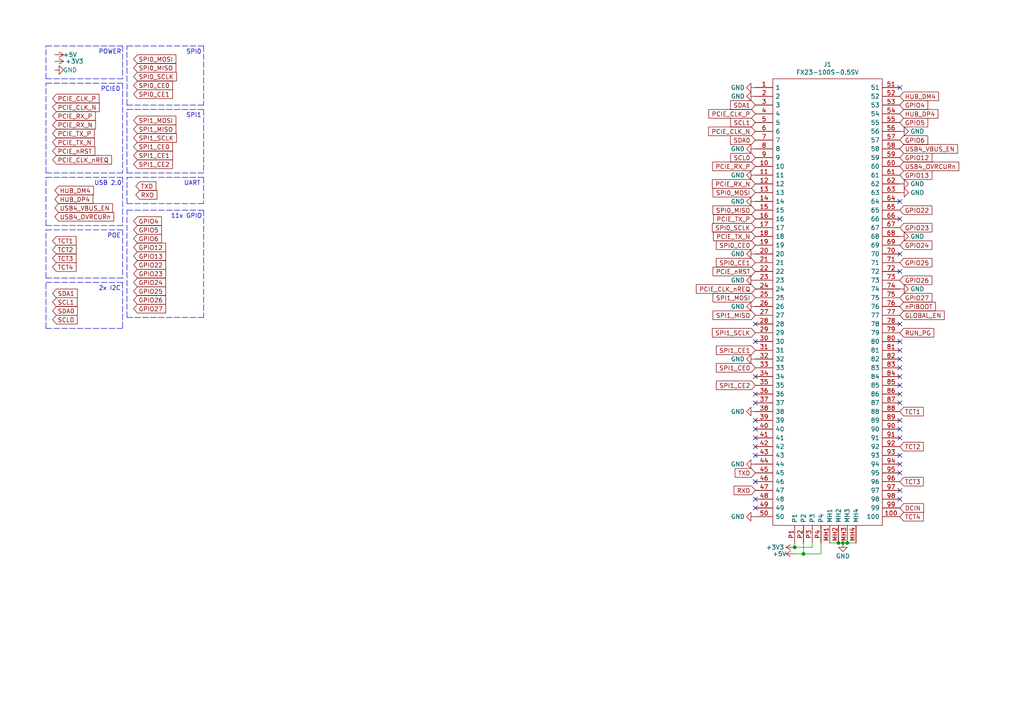
<source format=kicad_sch>
(kicad_sch (version 20211123) (generator eeschema)
  (paper "A4")
  (title_block (title "reTerminalEM") (date "2022-06-22") (rev "REV_00") (company "StanleyProjects.com"))
  (lib_symbols
    (symbol "StanleyProjects:FX23-100S-0.5SV" (pin_names (offset 0.762))
      (property "Reference" "J" (at 6.35 16.51 0))
      (property "Value" "FX23-100S-0.5SV" (at 6.35 13.97 0))
      (symbol "FX23-100S-0.5SV_1_1"
        (polyline (pts (xy 5.08 2.54) (xy 36.83 2.54) (xy 36.83 -127) (xy 5.08 -127) (xy 5.08 2.54)) (stroke (width 0.1524)))
        (pin passive line (at 0 0 0) (length 5.08) (name "1") (number "1"))
        (pin passive line (at 0 -22.86 0) (length 5.08) (name "10") (number "10"))
        (pin passive line (at 41.91 -124.46 180) (length 5.08) (name "100") (number "100"))
        (pin passive line (at 0 -25.4 0) (length 5.08) (name "11") (number "11"))
        (pin passive line (at 0 -27.94 0) (length 5.08) (name "12") (number "12"))
        (pin passive line (at 0 -30.48 0) (length 5.08) (name "13") (number "13"))
        (pin passive line (at 0 -33.02 0) (length 5.08) (name "14") (number "14"))
        (pin passive line (at 0 -35.56 0) (length 5.08) (name "15") (number "15"))
        (pin passive line (at 0 -38.1 0) (length 5.08) (name "16") (number "16"))
        (pin passive line (at 0 -40.64 0) (length 5.08) (name "17") (number "17"))
        (pin passive line (at 0 -43.18 0) (length 5.08) (name "18") (number "18"))
        (pin passive line (at 0 -45.72 0) (length 5.08) (name "19") (number "19"))
        (pin passive line (at 0 -2.54 0) (length 5.08) (name "2") (number "2"))
        (pin passive line (at 0 -48.26 0) (length 5.08) (name "20") (number "20"))
        (pin passive line (at 0 -50.8 0) (length 5.08) (name "21") (number "21"))
        (pin passive line (at 0 -53.34 0) (length 5.08) (name "22") (number "22"))
        (pin passive line (at 0 -55.88 0) (length 5.08) (name "23") (number "23"))
        (pin passive line (at 0 -58.42 0) (length 5.08) (name "24") (number "24"))
        (pin passive line (at 0 -60.96 0) (length 5.08) (name "25") (number "25"))
        (pin passive line (at 0 -63.5 0) (length 5.08) (name "26") (number "26"))
        (pin passive line (at 0 -66.04 0) (length 5.08) (name "27") (number "27"))
        (pin passive line (at 0 -68.58 0) (length 5.08) (name "28") (number "28"))
        (pin passive line (at 0 -71.12 0) (length 5.08) (name "29") (number "29"))
        (pin passive line (at 0 -5.08 0) (length 5.08) (name "3") (number "3"))
        (pin passive line (at 0 -73.66 0) (length 5.08) (name "30") (number "30"))
        (pin passive line (at 0 -76.2 0) (length 5.08) (name "31") (number "31"))
        (pin passive line (at 0 -78.74 0) (length 5.08) (name "32") (number "32"))
        (pin passive line (at 0 -81.28 0) (length 5.08) (name "33") (number "33"))
        (pin passive line (at 0 -83.82 0) (length 5.08) (name "34") (number "34"))
        (pin passive line (at 0 -86.36 0) (length 5.08) (name "35") (number "35"))
        (pin passive line (at 0 -88.9 0) (length 5.08) (name "36") (number "36"))
        (pin passive line (at 0 -91.44 0) (length 5.08) (name "37") (number "37"))
        (pin passive line (at 0 -93.98 0) (length 5.08) (name "38") (number "38"))
        (pin passive line (at 0 -96.52 0) (length 5.08) (name "39") (number "39"))
        (pin passive line (at 0 -7.62 0) (length 5.08) (name "4") (number "4"))
        (pin passive line (at 0 -99.06 0) (length 5.08) (name "40") (number "40"))
        (pin passive line (at 0 -101.6 0) (length 5.08) (name "41") (number "41"))
        (pin passive line (at 0 -104.14 0) (length 5.08) (name "42") (number "42"))
        (pin passive line (at 0 -106.68 0) (length 5.08) (name "43") (number "43"))
        (pin passive line (at 0 -109.22 0) (length 5.08) (name "44") (number "44"))
        (pin passive line (at 0 -111.76 0) (length 5.08) (name "45") (number "45"))
        (pin passive line (at 0 -114.3 0) (length 5.08) (name "46") (number "46"))
        (pin passive line (at 0 -116.84 0) (length 5.08) (name "47") (number "47"))
        (pin passive line (at 0 -119.38 0) (length 5.08) (name "48") (number "48"))
        (pin passive line (at 0 -121.92 0) (length 5.08) (name "49") (number "49"))
        (pin passive line (at 0 -10.16 0) (length 5.08) (name "5") (number "5"))
        (pin passive line (at 0 -124.46 0) (length 5.08) (name "50") (number "50"))
        (pin passive line (at 41.91 0 180) (length 5.08) (name "51") (number "51"))
        (pin passive line (at 41.91 -2.54 180) (length 5.08) (name "52") (number "52"))
        (pin passive line (at 41.91 -5.08 180) (length 5.08) (name "53") (number "53"))
        (pin passive line (at 41.91 -7.62 180) (length 5.08) (name "54") (number "54"))
        (pin passive line (at 41.91 -10.16 180) (length 5.08) (name "55") (number "55"))
        (pin passive line (at 41.91 -12.7 180) (length 5.08) (name "56") (number "56"))
        (pin passive line (at 41.91 -15.24 180) (length 5.08) (name "57") (number "57"))
        (pin passive line (at 41.91 -17.78 180) (length 5.08) (name "58") (number "58"))
        (pin passive line (at 41.91 -20.32 180) (length 5.08) (name "59") (number "59"))
        (pin passive line (at 0 -12.7 0) (length 5.08) (name "6") (number "6"))
        (pin passive line (at 41.91 -22.86 180) (length 5.08) (name "60") (number "60"))
        (pin passive line (at 41.91 -25.4 180) (length 5.08) (name "61") (number "61"))
        (pin passive line (at 41.91 -27.94 180) (length 5.08) (name "62") (number "62"))
        (pin passive line (at 41.91 -30.48 180) (length 5.08) (name "63") (number "63"))
        (pin passive line (at 41.91 -33.02 180) (length 5.08) (name "64") (number "64"))
        (pin passive line (at 41.91 -35.56 180) (length 5.08) (name "65") (number "65"))
        (pin passive line (at 41.91 -38.1 180) (length 5.08) (name "66") (number "66"))
        (pin passive line (at 41.91 -40.64 180) (length 5.08) (name "67") (number "67"))
        (pin passive line (at 41.91 -43.18 180) (length 5.08) (name "68") (number "68"))
        (pin passive line (at 41.91 -45.72 180) (length 5.08) (name "69") (number "69"))
        (pin passive line (at 0 -15.24 0) (length 5.08) (name "7") (number "7"))
        (pin passive line (at 41.91 -48.26 180) (length 5.08) (name "70") (number "70"))
        (pin passive line (at 41.91 -50.8 180) (length 5.08) (name "71") (number "71"))
        (pin passive line (at 41.91 -53.34 180) (length 5.08) (name "72") (number "72"))
        (pin passive line (at 41.91 -55.88 180) (length 5.08) (name "73") (number "73"))
        (pin passive line (at 41.91 -58.42 180) (length 5.08) (name "74") (number "74"))
        (pin passive line (at 41.91 -60.96 180) (length 5.08) (name "75") (number "75"))
        (pin passive line (at 41.91 -63.5 180) (length 5.08) (name "76") (number "76"))
        (pin passive line (at 41.91 -66.04 180) (length 5.08) (name "77") (number "77"))
        (pin passive line (at 41.91 -68.58 180) (length 5.08) (name "78") (number "78"))
        (pin passive line (at 41.91 -71.12 180) (length 5.08) (name "79") (number "79"))
        (pin passive line (at 0 -17.78 0) (length 5.08) (name "8") (number "8"))
        (pin passive line (at 41.91 -73.66 180) (length 5.08) (name "80") (number "80"))
        (pin passive line (at 41.91 -76.2 180) (length 5.08) (name "81") (number "81"))
        (pin passive line (at 41.91 -78.74 180) (length 5.08) (name "82") (number "82"))
        (pin passive line (at 41.91 -81.28 180) (length 5.08) (name "83") (number "83"))
        (pin passive line (at 41.91 -83.82 180) (length 5.08) (name "84") (number "84"))
        (pin passive line (at 41.91 -86.36 180) (length 5.08) (name "85") (number "85"))
        (pin passive line (at 41.91 -88.9 180) (length 5.08) (name "86") (number "86"))
        (pin passive line (at 41.91 -91.44 180) (length 5.08) (name "87") (number "87"))
        (pin passive line (at 41.91 -93.98 180) (length 5.08) (name "88") (number "88"))
        (pin passive line (at 41.91 -96.52 180) (length 5.08) (name "89") (number "89"))
        (pin passive line (at 0 -20.32 0) (length 5.08) (name "9") (number "9"))
        (pin passive line (at 41.91 -99.06 180) (length 5.08) (name "90") (number "90"))
        (pin passive line (at 41.91 -101.6 180) (length 5.08) (name "91") (number "91"))
        (pin passive line (at 41.91 -104.14 180) (length 5.08) (name "92") (number "92"))
        (pin passive line (at 41.91 -106.68 180) (length 5.08) (name "93") (number "93"))
        (pin passive line (at 41.91 -109.22 180) (length 5.08) (name "94") (number "94"))
        (pin passive line (at 41.91 -111.76 180) (length 5.08) (name "95") (number "95"))
        (pin passive line (at 41.91 -114.3 180) (length 5.08) (name "96") (number "96"))
        (pin passive line (at 41.91 -116.84 180) (length 5.08) (name "97") (number "97"))
        (pin passive line (at 41.91 -119.38 180) (length 5.08) (name "98") (number "98"))
        (pin passive line (at 41.91 -121.92 180) (length 5.08) (name "99") (number "99"))
        (pin passive line (at 21.59 -132.08 90) (length 5.08) (name "MH1") (number "MH1"))
        (pin passive line (at 24.13 -132.08 90) (length 5.08) (name "MH2") (number "MH2"))
        (pin passive line (at 26.67 -132.08 90) (length 5.08) (name "MH3") (number "MH3"))
        (pin passive line (at 29.21 -132.08 90) (length 5.08) (name "MH4") (number "MH4"))
        (pin passive line (at 11.43 -132.08 90) (length 5.08) (name "P1") (number "P1"))
        (pin passive line (at 13.97 -132.08 90) (length 5.08) (name "P2") (number "P2"))
        (pin passive line (at 16.51 -132.08 90) (length 5.08) (name "P3") (number "P3"))
        (pin passive line (at 19.05 -132.08 90) (length 5.08) (name "P4") (number "P4"))
      )
    )
    (symbol "power:+3.3V" (power) (pin_names (offset 0))
      (property "Value" "+3.3V" (at 0 3.556 0))
      (symbol "+3.3V_0_1"
        (polyline (pts (xy -0.762 1.27) (xy 0 2.54)))
        (polyline (pts (xy 0 0) (xy 0 2.54)))
        (polyline (pts (xy 0 2.54) (xy 0.762 1.27)))
      )
      (symbol "+3.3V_1_1"
        (pin power_in line (at 0 0 90) (length 0) hide (name "+3V3") (number "1"))
      )
    )
    (symbol "power:+5V" (power) (pin_names (offset 0))
      (property "Value" "+5V" (at 0 3.556 0))
      (symbol "+5V_0_1"
        (polyline (pts (xy -0.762 1.27) (xy 0 2.54)))
        (polyline (pts (xy 0 0) (xy 0 2.54)))
        (polyline (pts (xy 0 2.54) (xy 0.762 1.27)))
      )
      (symbol "+5V_1_1"
        (pin power_in line (at 0 0 90) (length 0) hide (name "+5V") (number "1"))
      )
    )
    (symbol "power:GND" (power) (pin_names (offset 0))
      (property "Value" "GND" (at 0 -3.81 0))
      (symbol "GND_0_1"
        (polyline (pts (xy 0 0) (xy 0 -1.27) (xy 1.27 -1.27) (xy 0 -2.54) (xy -1.27 -1.27) (xy 0 -1.27)))
      )
      (symbol "GND_1_1"
        (pin power_in line (at 0 0 270) (length 0) hide (name "GND") (number "1"))
      )
    )
  )
  (junction (at 233.045 160.655))
  (junction (at 245.745 157.48))
  (junction (at 244.475 157.48))
  (junction (at 230.505 158.75))
  (junction (at 243.205 157.48))
  (no_connect (at 219.075 132.08))
  (no_connect (at 260.985 121.92))
  (no_connect (at 260.985 114.3))
  (no_connect (at 219.075 144.78))
  (no_connect (at 219.075 99.06))
  (no_connect (at 260.985 25.4))
  (no_connect (at 260.985 144.78))
  (no_connect (at 260.985 142.24))
  (no_connect (at 260.985 58.42))
  (no_connect (at 219.075 129.54))
  (no_connect (at 260.985 134.62))
  (no_connect (at 219.075 127))
  (no_connect (at 219.075 139.7))
  (no_connect (at 260.985 132.08))
  (no_connect (at 260.985 127))
  (no_connect (at 219.075 116.84))
  (no_connect (at 219.075 109.22))
  (no_connect (at 219.075 121.92))
  (no_connect (at 219.075 114.3))
  (no_connect (at 260.985 137.16))
  (no_connect (at 260.985 111.76))
  (no_connect (at 260.985 93.98))
  (no_connect (at 260.985 106.68))
  (no_connect (at 260.985 73.66))
  (no_connect (at 219.075 93.98))
  (no_connect (at 219.075 124.46))
  (no_connect (at 260.985 78.74))
  (no_connect (at 260.985 124.46))
  (no_connect (at 260.985 116.84))
  (no_connect (at 260.985 63.5))
  (no_connect (at 260.985 99.06))
  (no_connect (at 260.985 109.22))
  (no_connect (at 219.075 147.32))
  (no_connect (at 260.985 104.14))
  (no_connect (at 260.985 101.6))
  (polyline (pts (xy 13.335 51.435) (xy 35.56 51.435)))
  (wire (pts (xy 240.665 157.48) (xy 243.205 157.48)))
  (polyline (pts (xy 13.335 80.645) (xy 13.335 66.675)))
  (polyline (pts (xy 13.335 81.915) (xy 35.56 81.915)))
  (polyline (pts (xy 35.56 22.86) (xy 13.335 22.86)))
  (polyline (pts (xy 35.56 65.405) (xy 13.335 65.405)))
  (wire (pts (xy 233.045 157.48) (xy 233.045 160.655)))
  (polyline (pts (xy 35.56 13.335) (xy 35.56 22.86)))
  (polyline (pts (xy 36.83 30.48) (xy 36.83 13.335)))
  (polyline (pts (xy 59.055 59.055) (xy 36.83 59.055)))
  (wire (pts (xy 235.585 157.48) (xy 235.585 158.75)))
  (polyline (pts (xy 36.83 60.96) (xy 59.055 60.96)))
  (wire (pts (xy 238.125 160.655) (xy 233.045 160.655)))
  (polyline (pts (xy 35.56 80.645) (xy 13.335 80.645)))
  (wire (pts (xy 230.505 158.75) (xy 235.585 158.75)))
  (polyline (pts (xy 13.335 50.165) (xy 13.335 24.13)))
  (polyline (pts (xy 13.335 24.13) (xy 35.56 24.13)))
  (polyline (pts (xy 35.56 50.165) (xy 13.335 50.165)))
  (polyline (pts (xy 36.83 31.75) (xy 59.055 31.75)))
  (wire (pts (xy 238.125 157.48) (xy 238.125 160.655)))
  (wire (pts (xy 230.505 157.48) (xy 230.505 158.75)))
  (polyline (pts (xy 36.83 92.075) (xy 36.83 60.96)))
  (polyline (pts (xy 13.335 95.25) (xy 13.335 81.915)))
  (polyline (pts (xy 59.055 92.075) (xy 36.83 92.075)))
  (wire (pts (xy 244.475 157.48) (xy 245.745 157.48)))
  (polyline (pts (xy 35.56 24.13) (xy 35.56 50.165)))
  (polyline (pts (xy 59.055 51.435) (xy 59.055 59.055)))
  (polyline (pts (xy 13.335 22.86) (xy 13.335 13.335)))
  (polyline (pts (xy 35.56 66.675) (xy 35.56 80.645)))
  (polyline (pts (xy 59.055 31.75) (xy 59.055 50.165)))
  (polyline (pts (xy 59.055 50.165) (xy 36.83 50.165)))
  (polyline (pts (xy 36.83 13.335) (xy 59.055 13.335)))
  (polyline (pts (xy 36.83 51.435) (xy 59.055 51.435)))
  (polyline (pts (xy 35.56 51.435) (xy 35.56 65.405)))
  (polyline (pts (xy 59.055 30.48) (xy 36.83 30.48)))
  (wire (pts (xy 233.045 160.655) (xy 230.505 160.655)))
  (polyline (pts (xy 59.055 60.96) (xy 59.055 92.075)))
  (polyline (pts (xy 35.56 95.25) (xy 13.335 95.25)))
  (polyline (pts (xy 36.83 59.055) (xy 36.83 51.435)))
  (wire (pts (xy 245.745 157.48) (xy 248.285 157.48)))
  (polyline (pts (xy 59.055 13.335) (xy 59.055 30.48)))
  (polyline (pts (xy 13.335 13.335) (xy 35.56 13.335)))
  (polyline (pts (xy 13.335 65.405) (xy 13.335 51.435)))
  (wire (pts (xy 243.205 157.48) (xy 244.475 157.48)))
  (polyline (pts (xy 35.56 81.915) (xy 35.56 95.25)))
  (polyline (pts (xy 13.335 66.675) (xy 35.56 66.675)))
  (polyline (pts (xy 36.83 50.165) (xy 36.83 31.75)))
  (text "PCIE0" (at 29.21 26.67 0) (effects (font (size 1.27 1.27)) (justify left bottom)))
  (text "11x GPIO" (at 49.53 63.5 0) (effects (font (size 1.27 1.27)) (justify left bottom)))
  (text "2x I2C" (at 28.575 84.455 0) (effects (font (size 1.27 1.27)) (justify left bottom)))
  (text "SPI1" (at 53.975 34.29 0) (effects (font (size 1.27 1.27)) (justify left bottom)))
  (text "USB 2.0" (at 27.305 53.975 0) (effects (font (size 1.27 1.27)) (justify left bottom)))
  (text "UART" (at 53.34 53.975 0) (effects (font (size 1.27 1.27)) (justify left bottom)))
  (text "SPI0" (at 53.975 15.875 0) (effects (font (size 1.27 1.27)) (justify left bottom)))
  (text "POWER" (at 28.575 15.875 0) (effects (font (size 1.27 1.27)) (justify left bottom)))
  (text "POE" (at 31.115 69.215 0) (effects (font (size 1.27 1.27)) (justify left bottom)))
  (global_label "GPIO5" (shape input) (at 38.735 66.675 0) (property "Intersheet References" "${INTERSHEET_REFS}" (effects hide)))
  (global_label "SPI0_CE1" (shape input) (at 38.735 27.305 0) (property "Intersheet References" "${INTERSHEET_REFS}" (effects hide)))
  (global_label "PCIE_nRST" (shape input) (at 219.075 78.74 180) (property "Intersheet References" "${INTERSHEET_REFS}" (effects hide)))
  (global_label "SPI1_CE1" (shape input) (at 38.735 45.085 0) (property "Intersheet References" "${INTERSHEET_REFS}" (effects hide)))
  (global_label "TCT2" (shape input) (at 15.24 72.39 0) (property "Intersheet References" "${INTERSHEET_REFS}" (effects hide)))
  (global_label "HUB_DP4" (shape input) (at 260.985 33.02 0) (property "Intersheet References" "${INTERSHEET_REFS}" (effects hide)))
  (global_label "USB4_OVRCURn" (shape input) (at 260.985 48.26 0) (property "Intersheet References" "${INTERSHEET_REFS}" (effects hide)))
  (global_label "SDA0" (shape input) (at 219.075 40.64 180) (property "Intersheet References" "${INTERSHEET_REFS}" (effects hide)))
  (global_label "SPI0_CE0" (shape input) (at 38.735 24.765 0) (property "Intersheet References" "${INTERSHEET_REFS}" (effects hide)))
  (global_label "RXD" (shape input) (at 219.075 142.24 180) (property "Intersheet References" "${INTERSHEET_REFS}" (effects hide)))
  (global_label "SPI1_CE1" (shape input) (at 219.075 101.6 180) (property "Intersheet References" "${INTERSHEET_REFS}" (effects hide)))
  (global_label "GPIO25" (shape input) (at 260.985 76.2 0) (property "Intersheet References" "${INTERSHEET_REFS}" (effects hide)))
  (global_label "GPIO23" (shape input) (at 260.985 66.04 0) (property "Intersheet References" "${INTERSHEET_REFS}" (effects hide)))
  (global_label "DCIN" (shape input) (at 260.985 147.32 0) (property "Intersheet References" "${INTERSHEET_REFS}" (effects hide)))
  (global_label "PCIE_CLK_P" (shape input) (at 15.24 28.575 0) (property "Intersheet References" "${INTERSHEET_REFS}" (effects hide)))
  (global_label "PCIE_TX_P" (shape input) (at 219.075 63.5 180) (property "Intersheet References" "${INTERSHEET_REFS}" (effects hide)))
  (global_label "PCIE_CLK_nREQ" (shape input) (at 15.24 46.355 0) (property "Intersheet References" "${INTERSHEET_REFS}" (effects hide)))
  (global_label "SCL0" (shape input) (at 219.075 45.72 180) (property "Intersheet References" "${INTERSHEET_REFS}" (effects hide)))
  (global_label "SCL0" (shape input) (at 15.24 92.71 0) (property "Intersheet References" "${INTERSHEET_REFS}" (effects hide)))
  (global_label "GPIO5" (shape input) (at 260.985 35.56 0) (property "Intersheet References" "${INTERSHEET_REFS}" (effects hide)))
  (global_label "SPI1_SCLK" (shape input) (at 219.075 96.52 180) (property "Intersheet References" "${INTERSHEET_REFS}" (effects hide)))
  (global_label "SPI0_CE1" (shape input) (at 219.075 76.2 180) (property "Intersheet References" "${INTERSHEET_REFS}" (effects hide)))
  (global_label "PCIE_CLK_N" (shape input) (at 15.24 31.115 0) (property "Intersheet References" "${INTERSHEET_REFS}" (effects hide)))
  (global_label "PCIE_CLK_P" (shape input) (at 219.075 33.02 180) (property "Intersheet References" "${INTERSHEET_REFS}" (effects hide)))
  (global_label "PCIE_CLK_N" (shape input) (at 219.075 38.1 180) (property "Intersheet References" "${INTERSHEET_REFS}" (effects hide)))
  (global_label "SPI1_MOSI" (shape input) (at 38.735 34.925 0) (property "Intersheet References" "${INTERSHEET_REFS}" (effects hide)))
  (global_label "SPI1_MISO" (shape input) (at 38.735 37.465 0) (property "Intersheet References" "${INTERSHEET_REFS}" (effects hide)))
  (global_label "SPI0_MISO" (shape input) (at 219.075 60.96 180) (property "Intersheet References" "${INTERSHEET_REFS}" (effects hide)))
  (global_label "GPIO13" (shape input) (at 260.985 50.8 0) (property "Intersheet References" "${INTERSHEET_REFS}" (effects hide)))
  (global_label "SPI0_CE0" (shape input) (at 219.075 71.12 180) (property "Intersheet References" "${INTERSHEET_REFS}" (effects hide)))
  (global_label "TCT4" (shape input) (at 15.24 77.47 0) (property "Intersheet References" "${INTERSHEET_REFS}" (effects hide)))
  (global_label "PCIE_RX_N" (shape input) (at 15.24 36.195 0) (property "Intersheet References" "${INTERSHEET_REFS}" (effects hide)))
  (global_label "GPIO6" (shape input) (at 38.735 69.215 0) (property "Intersheet References" "${INTERSHEET_REFS}" (effects hide)))
  (global_label "RUN_PG" (shape input) (at 260.985 96.52 0) (property "Intersheet References" "${INTERSHEET_REFS}" (effects hide)))
  (global_label "TXD" (shape input) (at 39.37 53.975 0) (property "Intersheet References" "${INTERSHEET_REFS}" (effects hide)))
  (global_label "SPI0_MOSI" (shape input) (at 219.075 55.88 180) (property "Intersheet References" "${INTERSHEET_REFS}" (effects hide)))
  (global_label "nPIBOOT" (shape input) (at 260.985 88.9 0) (property "Intersheet References" "${INTERSHEET_REFS}" (effects hide)))
  (global_label "SPI0_SCLK" (shape input) (at 219.075 66.04 180) (property "Intersheet References" "${INTERSHEET_REFS}" (effects hide)))
  (global_label "GPIO27" (shape input) (at 38.735 89.535 0) (property "Intersheet References" "${INTERSHEET_REFS}" (effects hide)))
  (global_label "PCIE_TX_N" (shape input) (at 219.075 68.58 180) (property "Intersheet References" "${INTERSHEET_REFS}" (effects hide)))
  (global_label "RXD" (shape input) (at 39.37 56.515 0) (property "Intersheet References" "${INTERSHEET_REFS}" (effects hide)))
  (global_label "PCIE_nRST" (shape input) (at 15.24 43.815 0) (property "Intersheet References" "${INTERSHEET_REFS}" (effects hide)))
  (global_label "TCT1" (shape input) (at 260.985 119.38 0) (property "Intersheet References" "${INTERSHEET_REFS}" (effects hide)))
  (global_label "GPIO4" (shape input) (at 260.985 30.48 0) (property "Intersheet References" "${INTERSHEET_REFS}" (effects hide)))
  (global_label "HUB_DM4" (shape input) (at 260.985 27.94 0) (property "Intersheet References" "${INTERSHEET_REFS}" (effects hide)))
  (global_label "GLOBAL_EN" (shape input) (at 260.985 91.44 0) (property "Intersheet References" "${INTERSHEET_REFS}" (effects hide)))
  (global_label "SPI1_SCLK" (shape input) (at 38.735 40.005 0) (property "Intersheet References" "${INTERSHEET_REFS}" (effects hide)))
  (global_label "PCIE_RX_P" (shape input) (at 15.24 33.655 0) (property "Intersheet References" "${INTERSHEET_REFS}" (effects hide)))
  (global_label "SPI0_SCLK" (shape input) (at 38.735 22.225 0) (property "Intersheet References" "${INTERSHEET_REFS}" (effects hide)))
  (global_label "TCT2" (shape input) (at 260.985 129.54 0) (property "Intersheet References" "${INTERSHEET_REFS}" (effects hide)))
  (global_label "SDA1" (shape input) (at 15.24 85.09 0) (property "Intersheet References" "${INTERSHEET_REFS}" (effects hide)))
  (global_label "USB4_OVRCURn" (shape input) (at 15.875 62.865 0) (property "Intersheet References" "${INTERSHEET_REFS}" (effects hide)))
  (global_label "GPIO26" (shape input) (at 38.735 86.995 0) (property "Intersheet References" "${INTERSHEET_REFS}" (effects hide)))
  (global_label "SPI1_MISO" (shape input) (at 219.075 91.44 180) (property "Intersheet References" "${INTERSHEET_REFS}" (effects hide)))
  (global_label "GPIO6" (shape input) (at 260.985 40.64 0) (property "Intersheet References" "${INTERSHEET_REFS}" (effects hide)))
  (global_label "GPIO22" (shape input) (at 38.735 76.835 0) (property "Intersheet References" "${INTERSHEET_REFS}" (effects hide)))
  (global_label "PCIE_RX_N" (shape input) (at 219.075 53.34 180) (property "Intersheet References" "${INTERSHEET_REFS}" (effects hide)))
  (global_label "SPI1_CE2" (shape input) (at 38.735 47.625 0) (property "Intersheet References" "${INTERSHEET_REFS}" (effects hide)))
  (global_label "USB4_VBUS_EN" (shape input) (at 260.985 43.18 0) (property "Intersheet References" "${INTERSHEET_REFS}" (effects hide)))
  (global_label "PCIE_CLK_nREQ" (shape input) (at 219.075 83.82 180) (property "Intersheet References" "${INTERSHEET_REFS}" (effects hide)))
  (global_label "GPIO12" (shape input) (at 38.735 71.755 0) (property "Intersheet References" "${INTERSHEET_REFS}" (effects hide)))
  (global_label "GPIO27" (shape input) (at 260.985 86.36 0) (property "Intersheet References" "${INTERSHEET_REFS}" (effects hide)))
  (global_label "SCL1" (shape input) (at 15.24 87.63 0) (property "Intersheet References" "${INTERSHEET_REFS}" (effects hide)))
  (global_label "SDA0" (shape input) (at 15.24 90.17 0) (property "Intersheet References" "${INTERSHEET_REFS}" (effects hide)))
  (global_label "SPI1_CE2" (shape input) (at 219.075 111.76 180) (property "Intersheet References" "${INTERSHEET_REFS}" (effects hide)))
  (global_label "HUB_DP4" (shape input) (at 15.875 57.785 0) (property "Intersheet References" "${INTERSHEET_REFS}" (effects hide)))
  (global_label "GPIO13" (shape input) (at 38.735 74.295 0) (property "Intersheet References" "${INTERSHEET_REFS}" (effects hide)))
  (global_label "GPIO23" (shape input) (at 38.735 79.375 0) (property "Intersheet References" "${INTERSHEET_REFS}" (effects hide)))
  (global_label "PCIE_TX_P" (shape input) (at 15.24 38.735 0) (property "Intersheet References" "${INTERSHEET_REFS}" (effects hide)))
  (global_label "TCT4" (shape input) (at 260.985 149.86 0) (property "Intersheet References" "${INTERSHEET_REFS}" (effects hide)))
  (global_label "PCIE_RX_P" (shape input) (at 219.075 48.26 180) (property "Intersheet References" "${INTERSHEET_REFS}" (effects hide)))
  (global_label "GPIO25" (shape input) (at 38.735 84.455 0) (property "Intersheet References" "${INTERSHEET_REFS}" (effects hide)))
  (global_label "TCT1" (shape input) (at 15.24 69.85 0) (property "Intersheet References" "${INTERSHEET_REFS}" (effects hide)))
  (global_label "TCT3" (shape input) (at 15.24 74.93 0) (property "Intersheet References" "${INTERSHEET_REFS}" (effects hide)))
  (global_label "PCIE_TX_N" (shape input) (at 15.24 41.275 0) (property "Intersheet References" "${INTERSHEET_REFS}" (effects hide)))
  (global_label "GPIO4" (shape input) (at 38.735 64.135 0) (property "Intersheet References" "${INTERSHEET_REFS}" (effects hide)))
  (global_label "SPI1_MOSI" (shape input) (at 219.075 86.36 180) (property "Intersheet References" "${INTERSHEET_REFS}" (effects hide)))
  (global_label "GPIO22" (shape input) (at 260.985 60.96 0) (property "Intersheet References" "${INTERSHEET_REFS}" (effects hide)))
  (global_label "GPIO24" (shape input) (at 260.985 71.12 0) (property "Intersheet References" "${INTERSHEET_REFS}" (effects hide)))
  (global_label "TXD" (shape input) (at 219.075 137.16 180) (property "Intersheet References" "${INTERSHEET_REFS}" (effects hide)))
  (global_label "TCT3" (shape input) (at 260.985 139.7 0) (property "Intersheet References" "${INTERSHEET_REFS}" (effects hide)))
  (global_label "SPI1_CE0" (shape input) (at 38.735 42.545 0) (property "Intersheet References" "${INTERSHEET_REFS}" (effects hide)))
  (global_label "SDA1" (shape input) (at 219.075 30.48 180) (property "Intersheet References" "${INTERSHEET_REFS}" (effects hide)))
  (global_label "HUB_DM4" (shape input) (at 15.875 55.245 0) (property "Intersheet References" "${INTERSHEET_REFS}" (effects hide)))
  (global_label "SPI1_CE0" (shape input) (at 219.075 106.68 180) (property "Intersheet References" "${INTERSHEET_REFS}" (effects hide)))
  (global_label "SPI0_MOSI" (shape input) (at 38.735 17.145 0) (property "Intersheet References" "${INTERSHEET_REFS}" (effects hide)))
  (global_label "GPIO24" (shape input) (at 38.735 81.915 0) (property "Intersheet References" "${INTERSHEET_REFS}" (effects hide)))
  (global_label "SPI0_MISO" (shape input) (at 38.735 19.685 0) (property "Intersheet References" "${INTERSHEET_REFS}" (effects hide)))
  (global_label "GPIO12" (shape input) (at 260.985 45.72 0) (property "Intersheet References" "${INTERSHEET_REFS}" (effects hide)))
  (global_label "GPIO26" (shape input) (at 260.985 81.28 0) (property "Intersheet References" "${INTERSHEET_REFS}" (effects hide)))
  (global_label "SCL1" (shape input) (at 219.075 35.56 180) (property "Intersheet References" "${INTERSHEET_REFS}" (effects hide)))
  (global_label "USB4_VBUS_EN" (shape input) (at 15.875 60.325 0) (property "Intersheet References" "${INTERSHEET_REFS}" (effects hide)))
  (symbol (lib_id "StanleyProjects:FX23-100S-0.5SV") (at 219.075 25.4 0) (unit 1)
    (property "Reference" "J1" (at 240.03 18.669 0))
    (property "Value" "FX23-100S-0.5SV" (at 240.03 20.9804 0))
    (property "Footprint" "StanleyProjects:FX23-100S-0.5SV" (effects hide))
    (property "Datasheet" "https://www.hirose.com/en/product/document?clcode=CL0573-3305-5-00&productname=FX23-100S-0.5SV&series=FX23&documenttype=2DDrawing&lang=en&documentid=0000955288" (effects hide))
    (property "MPN" "FX23-100S-0.5SV" (effects hide))
    (property "Manufacturer" "Hirose" (effects hide))
    (property "Package" "Connector" (effects hide))
  )
  (symbol (lib_id "power:+3.3V") (at 230.505 158.75 90) (unit 1)
    (property "Reference" "#PWR0102" (effects hide))
    (property "Value" "+3.3V" (at 224.79 158.75 90))
  )
  (symbol (lib_id "power:+5V") (at 230.505 160.655 90) (unit 1)
    (property "Reference" "#PWR0101" (effects hide))
    (property "Value" "+5V" (at 226.06 160.655 90))
  )
  (symbol (lib_id "power:GND") (at 244.475 157.48 0) (unit 1)
    (property "Reference" "#PWR0103" (effects hide))
    (property "Value" "GND" (at 244.475 161.29 0))
  )
  (symbol (lib_id "power:GND") (at 219.075 25.4 270) (unit 1)
    (property "Reference" "#PWR0104" (effects hide))
    (property "Value" "GND" (at 213.995 25.4 90))
  )
  (symbol (lib_id "power:GND") (at 219.075 27.94 270) (unit 1)
    (property "Reference" "#PWR0105" (effects hide))
    (property "Value" "GND" (at 213.995 27.94 90))
  )
  (symbol (lib_id "power:GND") (at 219.075 43.18 270) (unit 1)
    (property "Reference" "#PWR0106" (effects hide))
    (property "Value" "GND" (at 213.995 43.18 90))
  )
  (symbol (lib_id "power:GND") (at 219.075 58.42 270) (unit 1)
    (property "Reference" "#PWR0107" (effects hide))
    (property "Value" "GND" (at 213.995 58.42 90))
  )
  (symbol (lib_id "power:GND") (at 219.075 73.66 270) (unit 1)
    (property "Reference" "#PWR0108" (effects hide))
    (property "Value" "GND" (at 213.995 73.66 90))
  )
  (symbol (lib_id "power:GND") (at 219.075 88.9 270) (unit 1)
    (property "Reference" "#PWR0109" (effects hide))
    (property "Value" "GND" (at 213.995 88.9 90))
  )
  (symbol (lib_id "power:GND") (at 219.075 104.14 270) (unit 1)
    (property "Reference" "#PWR0110" (effects hide))
    (property "Value" "GND" (at 213.995 104.14 90))
  )
  (symbol (lib_id "power:GND") (at 219.075 119.38 270) (unit 1)
    (property "Reference" "#PWR0111" (effects hide))
    (property "Value" "GND" (at 213.995 119.38 90))
  )
  (symbol (lib_id "power:GND") (at 219.075 134.62 270) (unit 1)
    (property "Reference" "#PWR0112" (effects hide))
    (property "Value" "GND" (at 213.995 134.62 90))
  )
  (symbol (lib_id "power:GND") (at 219.075 149.86 270) (unit 1)
    (property "Reference" "#PWR0113" (effects hide))
    (property "Value" "GND" (at 213.995 149.86 90))
  )
  (symbol (lib_id "power:GND") (at 260.985 38.1 90) (unit 1)
    (property "Reference" "#PWR0114" (effects hide))
    (property "Value" "GND" (at 266.065 38.1 90))
  )
  (symbol (lib_id "power:GND") (at 260.985 53.34 90) (unit 1)
    (property "Reference" "#PWR0115" (effects hide))
    (property "Value" "GND" (at 266.065 53.34 90))
  )
  (symbol (lib_id "power:GND") (at 260.985 68.58 90) (unit 1)
    (property "Reference" "#PWR0116" (effects hide))
    (property "Value" "GND" (at 266.065 68.58 90))
  )
  (symbol (lib_id "power:GND") (at 260.985 83.82 90) (unit 1)
    (property "Reference" "#PWR0117" (effects hide))
    (property "Value" "GND" (at 266.065 83.82 90))
  )
  (symbol (lib_id "power:GND") (at 260.985 55.88 90) (unit 1)
    (property "Reference" "#PWR0118" (effects hide))
    (property "Value" "GND" (at 266.065 55.88 90))
  )
  (symbol (lib_id "power:GND") (at 219.075 50.8 270) (unit 1)
    (property "Reference" "#PWR0119" (effects hide))
    (property "Value" "GND" (at 213.995 50.8 90))
  )
  (symbol (lib_id "power:GND") (at 219.075 81.28 270) (unit 1)
    (property "Reference" "#PWR0120" (effects hide))
    (property "Value" "GND" (at 213.995 81.28 90))
  )
  (symbol (lib_id "power:GND") (at 15.875 20.32 90) (mirror x) (unit 1)
    (property "Reference" "#PWR0121" (effects hide))
    (property "Value" "GND" (at 20.32 20.32 90))
  )
  (symbol (lib_id "power:+3.3V") (at 15.875 17.78 270) (mirror x) (unit 1)
    (property "Reference" "#PWR0122" (effects hide))
    (property "Value" "+3.3V" (at 21.59 17.78 90))
  )
  (symbol (lib_id "power:+5V") (at 15.875 15.875 270) (mirror x) (unit 1)
    (property "Reference" "#PWR0123" (effects hide))
    (property "Value" "+5V" (at 20.32 15.875 90))
  )
)
</source>
